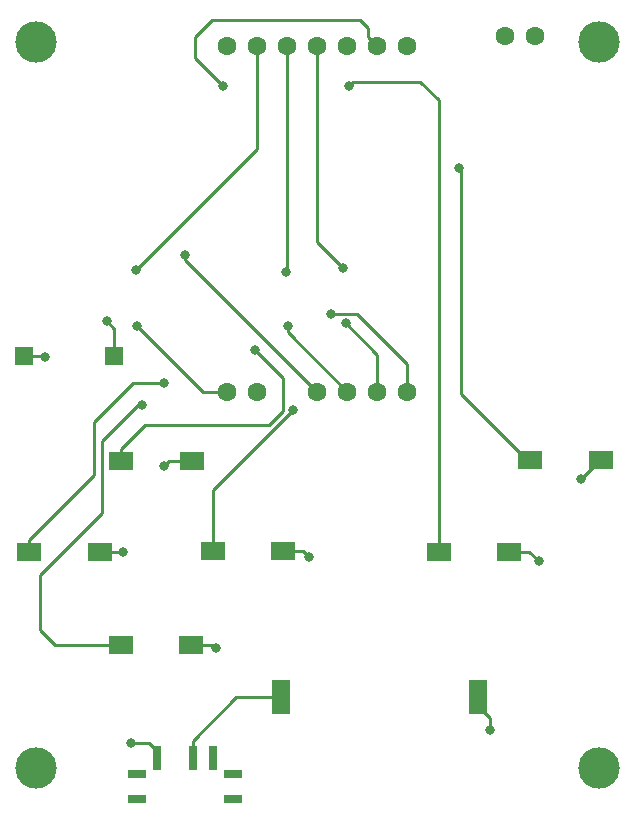
<source format=gbr>
G04 #@! TF.GenerationSoftware,KiCad,Pcbnew,5.0.2+dfsg1-1~bpo9+1*
G04 #@! TF.CreationDate,2019-06-22T18:26:22+01:00*
G04 #@! TF.ProjectId,arduboy_with_flashcart_port_smd,61726475-626f-4795-9f77-6974685f666c,rev?*
G04 #@! TF.SameCoordinates,Original*
G04 #@! TF.FileFunction,Copper,L1,Top*
G04 #@! TF.FilePolarity,Positive*
%FSLAX46Y46*%
G04 Gerber Fmt 4.6, Leading zero omitted, Abs format (unit mm)*
G04 Created by KiCad (PCBNEW 5.0.2+dfsg1-1~bpo9+1) date Sat 22 Jun 2019 18:26:22 BST*
%MOMM*%
%LPD*%
G01*
G04 APERTURE LIST*
G04 #@! TA.AperFunction,ComponentPad*
%ADD10C,1.600000*%
G04 #@! TD*
G04 #@! TA.AperFunction,SMDPad,CuDef*
%ADD11R,1.524000X3.000000*%
G04 #@! TD*
G04 #@! TA.AperFunction,SMDPad,CuDef*
%ADD12R,2.000000X1.500000*%
G04 #@! TD*
G04 #@! TA.AperFunction,SMDPad,CuDef*
%ADD13R,0.800000X2.000000*%
G04 #@! TD*
G04 #@! TA.AperFunction,SMDPad,CuDef*
%ADD14R,1.500000X0.800000*%
G04 #@! TD*
G04 #@! TA.AperFunction,SMDPad,CuDef*
%ADD15R,1.524000X1.524000*%
G04 #@! TD*
G04 #@! TA.AperFunction,ComponentPad*
%ADD16C,3.500000*%
G04 #@! TD*
G04 #@! TA.AperFunction,ViaPad*
%ADD17C,0.800000*%
G04 #@! TD*
G04 #@! TA.AperFunction,Conductor*
%ADD18C,0.250000*%
G04 #@! TD*
G04 APERTURE END LIST*
D10*
G04 #@! TO.P,U1,3*
G04 #@! TO.N,Net-(U1-Pad3)*
X213220300Y-88112600D03*
G04 #@! TO.P,U1,4*
G04 #@! TO.N,Net-(U1-Pad4)*
X215760300Y-88112600D03*
G04 #@! TO.P,U1,5*
G04 #@! TO.N,Net-(U1-Pad5)*
X218300300Y-88112600D03*
G04 #@! TO.P,U1,6*
G04 #@! TO.N,Net-(U1-Pad6)*
X220840300Y-88112600D03*
G04 #@! TO.P,U1,1*
G04 #@! TO.N,Net-(U1-Pad1)*
X205600300Y-88112600D03*
G04 #@! TO.P,U1,2*
G04 #@! TO.N,Net-(LS1-Pad1)*
X208140300Y-88112600D03*
G04 #@! TD*
D11*
G04 #@! TO.P,LS1,1*
G04 #@! TO.N,Net-(LS1-Pad1)*
X226847400Y-114007900D03*
G04 #@! TO.P,LS1,2*
G04 #@! TO.N,Net-(LS1-Pad2)*
X210146900Y-114007900D03*
G04 #@! TD*
D12*
G04 #@! TO.P,SW2,1*
G04 #@! TO.N,Net-(LS1-Pad1)*
X194792600Y-101676200D03*
G04 #@! TO.P,SW2,2*
G04 #@! TO.N,Net-(SW2-Pad2)*
X188823600Y-101676200D03*
G04 #@! TD*
G04 #@! TO.P,SW3,1*
G04 #@! TO.N,Net-(LS1-Pad1)*
X202590400Y-93954600D03*
G04 #@! TO.P,SW3,2*
G04 #@! TO.N,Net-(SW3-Pad2)*
X196621400Y-93954600D03*
G04 #@! TD*
G04 #@! TO.P,SW4,2*
G04 #@! TO.N,Net-(SW4-Pad2)*
X196596000Y-109575600D03*
G04 #@! TO.P,SW4,1*
G04 #@! TO.N,Net-(LS1-Pad1)*
X202565000Y-109575600D03*
G04 #@! TD*
G04 #@! TO.P,SW5,2*
G04 #@! TO.N,Net-(SW5-Pad2)*
X204368400Y-101625400D03*
G04 #@! TO.P,SW5,1*
G04 #@! TO.N,Net-(LS1-Pad1)*
X210337400Y-101625400D03*
G04 #@! TD*
G04 #@! TO.P,SW6,1*
G04 #@! TO.N,Net-(LS1-Pad1)*
X229463600Y-101676200D03*
G04 #@! TO.P,SW6,2*
G04 #@! TO.N,Net-(SW6-Pad2)*
X223494600Y-101676200D03*
G04 #@! TD*
G04 #@! TO.P,SW7,2*
G04 #@! TO.N,Net-(SW7-Pad2)*
X231267000Y-93903800D03*
G04 #@! TO.P,SW7,1*
G04 #@! TO.N,Net-(LS1-Pad1)*
X237236000Y-93903800D03*
G04 #@! TD*
D13*
G04 #@! TO.P,SW1,1*
G04 #@! TO.N,Net-(SW1-Pad1)*
X199656700Y-119138700D03*
G04 #@! TO.P,SW1,3*
G04 #@! TO.N,Net-(SW1-Pad3)*
X204368400Y-119138700D03*
G04 #@! TO.P,SW1,2*
G04 #@! TO.N,Net-(LS1-Pad2)*
X202666600Y-119138700D03*
D14*
G04 #@! TO.P,SW1,4*
G04 #@! TO.N,N/C*
X206095600Y-120472200D03*
X206082900Y-122580400D03*
X197929500Y-120459500D03*
X197929500Y-122580400D03*
G04 #@! TD*
D15*
G04 #@! TO.P,SW8,1*
G04 #@! TO.N,Net-(SW8-Pad1)*
X196024500Y-85090000D03*
G04 #@! TO.P,SW8,2*
G04 #@! TO.N,Net-(LS1-Pad1)*
X188404500Y-85090000D03*
G04 #@! TD*
D10*
G04 #@! TO.P,U4,4*
G04 #@! TO.N,Net-(U1-Pad5)*
X213220300Y-58851800D03*
G04 #@! TO.P,U4,3*
G04 #@! TO.N,Net-(U1-Pad4)*
X210680300Y-58851800D03*
G04 #@! TO.P,U4,2*
G04 #@! TO.N,Net-(U1-Pad1)*
X208140300Y-58851800D03*
G04 #@! TO.P,U4,1*
G04 #@! TO.N,Net-(LS1-Pad1)*
X205600300Y-58851800D03*
G04 #@! TO.P,U4,5*
G04 #@! TO.N,Net-(U3-Pad9)*
X215760300Y-58851800D03*
G04 #@! TO.P,U4,6*
G04 #@! TO.N,Net-(U3-Pad7)*
X218300300Y-58851800D03*
G04 #@! TO.P,U4,7*
G04 #@! TO.N,Net-(LS1-Pad1)*
X220840300Y-58851800D03*
G04 #@! TD*
D16*
G04 #@! TO.P,U2,1*
G04 #@! TO.N,Net-(U2-Pad1)*
X189395100Y-120015000D03*
G04 #@! TD*
G04 #@! TO.P,U5,1*
G04 #@! TO.N,Net-(U5-Pad1)*
X189395100Y-58547000D03*
G04 #@! TD*
G04 #@! TO.P,U6,1*
G04 #@! TO.N,Net-(U6-Pad1)*
X237070900Y-120015000D03*
G04 #@! TD*
G04 #@! TO.P,U7,1*
G04 #@! TO.N,Net-(U7-Pad1)*
X237070900Y-58521600D03*
G04 #@! TD*
D10*
G04 #@! TO.P,U8,1*
G04 #@! TO.N,Net-(LS1-Pad1)*
X231686100Y-57988200D03*
G04 #@! TO.P,U8,2*
G04 #@! TO.N,Net-(U1-Pad1)*
X229146100Y-57988200D03*
G04 #@! TD*
D17*
G04 #@! TO.N,Net-(U1-Pad3)*
X202044300Y-76530200D03*
G04 #@! TO.N,Net-(LS1-Pad1)*
X190131700Y-85217000D03*
X196761100Y-101727000D03*
X204660500Y-109855000D03*
X212483700Y-102108000D03*
X200215500Y-94386400D03*
X231990900Y-102489000D03*
X227876100Y-116763800D03*
X235546900Y-95554800D03*
G04 #@! TO.N,Net-(U1-Pad5)*
X215404700Y-77673200D03*
X215658700Y-82346800D03*
G04 #@! TO.N,Net-(U1-Pad6)*
X214363300Y-81534000D03*
G04 #@! TO.N,Net-(U1-Pad1)*
X197904100Y-77825600D03*
X197980300Y-82575400D03*
G04 #@! TO.N,Net-(SW1-Pad1)*
X197446900Y-117881400D03*
G04 #@! TO.N,Net-(SW2-Pad2)*
X200240900Y-87401400D03*
G04 #@! TO.N,Net-(SW3-Pad2)*
X207937100Y-84607400D03*
G04 #@! TO.N,Net-(SW4-Pad2)*
X198412100Y-89281000D03*
G04 #@! TO.N,Net-(SW5-Pad2)*
X211162900Y-89636600D03*
G04 #@! TO.N,Net-(SW6-Pad2)*
X215887300Y-62280800D03*
G04 #@! TO.N,Net-(SW7-Pad2)*
X225234500Y-69215000D03*
G04 #@! TO.N,Net-(SW8-Pad1)*
X195389500Y-82143600D03*
G04 #@! TO.N,Net-(U3-Pad7)*
X205244700Y-62280800D03*
G04 #@! TO.N,Net-(U1-Pad4)*
X210553300Y-77978000D03*
X210731100Y-82600800D03*
G04 #@! TD*
D18*
G04 #@! TO.N,Net-(U1-Pad3)*
X202044300Y-76936600D02*
X202044300Y-76530200D01*
X213220300Y-88112600D02*
X202044300Y-76936600D01*
G04 #@! TO.N,Net-(LS1-Pad1)*
X190004700Y-85090000D02*
X190131700Y-85217000D01*
X188404500Y-85090000D02*
X190004700Y-85090000D01*
X196710300Y-101676200D02*
X196761100Y-101727000D01*
X194792600Y-101676200D02*
X196710300Y-101676200D01*
X204381100Y-109575600D02*
X204660500Y-109855000D01*
X202565000Y-109575600D02*
X204381100Y-109575600D01*
X212001100Y-101625400D02*
X212483700Y-102108000D01*
X210337400Y-101625400D02*
X212001100Y-101625400D01*
X200647300Y-93954600D02*
X200215500Y-94386400D01*
X202590400Y-93954600D02*
X200647300Y-93954600D01*
X231178100Y-101676200D02*
X231990900Y-102489000D01*
X229463600Y-101676200D02*
X231178100Y-101676200D01*
X227876100Y-115774600D02*
X227876100Y-116763800D01*
X226847400Y-114745900D02*
X227876100Y-115774600D01*
X226847400Y-114007900D02*
X226847400Y-114745900D01*
X237197900Y-93903800D02*
X235546900Y-95554800D01*
X237236000Y-93903800D02*
X237197900Y-93903800D01*
G04 #@! TO.N,Net-(U1-Pad5)*
X213220300Y-75488800D02*
X215404700Y-77673200D01*
X213220300Y-58851800D02*
X213220300Y-75488800D01*
X218300300Y-84988400D02*
X215658700Y-82346800D01*
X218300300Y-88112600D02*
X218300300Y-84988400D01*
G04 #@! TO.N,Net-(U1-Pad6)*
X220840300Y-88112600D02*
X220840300Y-85750400D01*
X220840300Y-85750400D02*
X216623900Y-81534000D01*
X216623900Y-81534000D02*
X214363300Y-81534000D01*
G04 #@! TO.N,Net-(U1-Pad1)*
X208140300Y-67589400D02*
X197904100Y-77825600D01*
X203517500Y-88112600D02*
X197980300Y-82575400D01*
X205600300Y-88112600D02*
X203517500Y-88112600D01*
X208140300Y-58851800D02*
X208140300Y-67589400D01*
G04 #@! TO.N,Net-(LS1-Pad2)*
X202666600Y-117675100D02*
X202666600Y-119138700D01*
X206333800Y-114007900D02*
X202666600Y-117675100D01*
X210146900Y-114007900D02*
X206333800Y-114007900D01*
G04 #@! TO.N,Net-(SW1-Pad1)*
X199656700Y-118538700D02*
X199656700Y-119138700D01*
X198999400Y-117881400D02*
X199656700Y-118538700D01*
X197446900Y-117881400D02*
X198999400Y-117881400D01*
G04 #@! TO.N,Net-(SW2-Pad2)*
X188823600Y-100676200D02*
X194322700Y-95177100D01*
X188823600Y-101676200D02*
X188823600Y-100676200D01*
X194322700Y-95177100D02*
X194322700Y-90703400D01*
X197624700Y-87401400D02*
X200240900Y-87401400D01*
X194322700Y-90703400D02*
X197624700Y-87401400D01*
G04 #@! TO.N,Net-(SW3-Pad2)*
X196621400Y-92954600D02*
X198618600Y-90957400D01*
X196621400Y-93954600D02*
X196621400Y-92954600D01*
X198618600Y-90957400D02*
X209130900Y-90957400D01*
X209130900Y-90957400D02*
X210324700Y-89763600D01*
X210324700Y-86995000D02*
X207937100Y-84607400D01*
X210324700Y-89763600D02*
X210324700Y-86995000D01*
G04 #@! TO.N,Net-(SW4-Pad2)*
X196596000Y-109575600D02*
X191020700Y-109575600D01*
X191020700Y-109575600D02*
X189750700Y-108305600D01*
X189750700Y-108305600D02*
X189750700Y-103632000D01*
X189750700Y-103632000D02*
X194983100Y-98399600D01*
X194983100Y-98399600D02*
X194983100Y-92329000D01*
X198031100Y-89281000D02*
X198412100Y-89281000D01*
X194983100Y-92329000D02*
X198031100Y-89281000D01*
G04 #@! TO.N,Net-(SW5-Pad2)*
X204368400Y-96431100D02*
X211162900Y-89636600D01*
X204368400Y-101625400D02*
X204368400Y-96431100D01*
G04 #@! TO.N,Net-(SW6-Pad2)*
X223494600Y-63461100D02*
X221933300Y-61899800D01*
X223494600Y-101676200D02*
X223494600Y-63461100D01*
X216268300Y-61899800D02*
X215887300Y-62280800D01*
X221933300Y-61899800D02*
X216268300Y-61899800D01*
G04 #@! TO.N,Net-(SW7-Pad2)*
X231017000Y-93903800D02*
X225412300Y-88299100D01*
X231267000Y-93903800D02*
X231017000Y-93903800D01*
X225412300Y-69392800D02*
X225234500Y-69215000D01*
X225412300Y-88299100D02*
X225412300Y-69392800D01*
G04 #@! TO.N,Net-(SW8-Pad1)*
X196024500Y-82778600D02*
X195389500Y-82143600D01*
X196024500Y-85090000D02*
X196024500Y-82778600D01*
G04 #@! TO.N,Net-(U3-Pad7)*
X217500301Y-58051801D02*
X217500301Y-57340601D01*
X218300300Y-58851800D02*
X217500301Y-58051801D01*
X217500301Y-57340601D02*
X216852500Y-56692800D01*
X216852500Y-56692800D02*
X204279500Y-56692800D01*
X204279500Y-56692800D02*
X202857100Y-58115200D01*
X202857100Y-59893200D02*
X205244700Y-62280800D01*
X202857100Y-58115200D02*
X202857100Y-59893200D01*
G04 #@! TO.N,Net-(U1-Pad4)*
X210680300Y-77851000D02*
X210553300Y-77978000D01*
X210680300Y-58851800D02*
X210680300Y-77851000D01*
X210731100Y-83083400D02*
X210731100Y-82600800D01*
X215760300Y-88112600D02*
X210731100Y-83083400D01*
G04 #@! TD*
M02*

</source>
